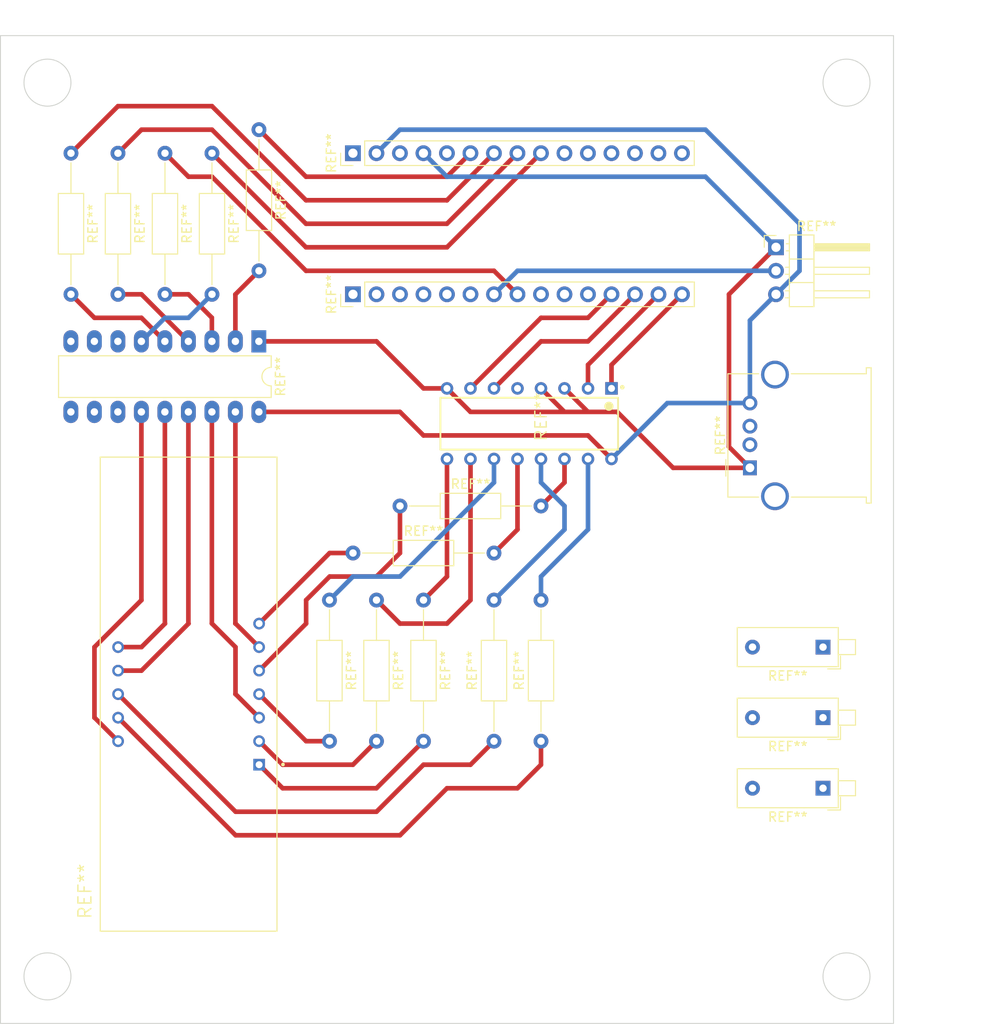
<source format=kicad_pcb>
(kicad_pcb (version 20221018) (generator pcbnew)
  (layers (0 "F.Cu" signal) (31 "B.Cu" signal) (34 "B.Paste" user) (35 "F.Paste" user) (36 "B.SilkS" user "B.Silkscreen") (37 "F.SilkS" user "F.Silkscreen") (38 "B.Mask" user) (39 "F.Mask" user) (44 "Edge.Cuts" user))
  (net 0 "")
  (footprint "Connector_PinHeader_2.54mm:PinHeader_1x15_P2.54mm_Vertical" (layer "F.Cu") (at 167.635 33.02 90)
    (fp_text reference "REF**" (at 0 -2.33 90) (layer "F.SilkS"))
    (fp_text value "PinHeader_1x15_P2.54mm_Vertical")
    (fp_line (start -1.33 -1.33) (end 0 -1.33) (stroke (width 0.12)) (layer "F.SilkS"))
    (fp_line (start -1.33 0) (end -1.33 -1.33) (stroke (width 0.12)) (layer "F.SilkS"))
    (fp_line (start -1.33 1.27) (end -1.33 36.89) (stroke (width 0.12)) (layer "F.SilkS"))
    (fp_line (start -1.33 1.27) (end 1.33 1.27) (stroke (width 0.12)) (layer "F.SilkS"))
    (fp_line (start -1.33 36.89) (end 1.33 36.89) (stroke (width 0.12)) (layer "F.SilkS"))
    (fp_line (start 1.33 1.27) (end 1.33 36.89) (stroke (width 0.12)) (layer "F.SilkS"))
    (pad "1" thru_hole rect (at 0 0 90) (size 1.7 1.7) (drill 1) (layers "*.Cu" "*.Mask"))
    (pad "2" thru_hole oval (at 0 2.54 90) (size 1.7 1.7) (drill 1) (layers "*.Cu" "*.Mask"))
    (pad "3" thru_hole oval (at 0 5.08 90) (size 1.7 1.7) (drill 1) (layers "*.Cu" "*.Mask"))
    (pad "4" thru_hole oval (at 0 7.62 90) (size 1.7 1.7) (drill 1) (layers "*.Cu" "*.Mask"))
    (pad "5" thru_hole oval (at 0 10.16 90) (size 1.7 1.7) (drill 1) (layers "*.Cu" "*.Mask"))
    (pad "6" thru_hole oval (at 0 12.7 90) (size 1.7 1.7) (drill 1) (layers "*.Cu" "*.Mask"))
    (pad "7" thru_hole oval (at 0 15.24 90) (size 1.7 1.7) (drill 1) (layers "*.Cu" "*.Mask"))
    (pad "8" thru_hole oval (at 0 17.78 90) (size 1.7 1.7) (drill 1) (layers "*.Cu" "*.Mask"))
    (pad "9" thru_hole oval (at 0 20.32 90) (size 1.7 1.7) (drill 1) (layers "*.Cu" "*.Mask"))
    (pad "10" thru_hole oval (at 0 22.86 90) (size 1.7 1.7) (drill 1) (layers "*.Cu" "*.Mask"))
    (pad "11" thru_hole oval (at 0 25.4 90) (size 1.7 1.7) (drill 1) (layers "*.Cu" "*.Mask"))
    (pad "12" thru_hole oval (at 0 27.94 90) (size 1.7 1.7) (drill 1) (layers "*.Cu" "*.Mask"))
    (pad "13" thru_hole oval (at 0 30.48 90) (size 1.7 1.7) (drill 1) (layers "*.Cu" "*.Mask"))
    (pad "14" thru_hole oval (at 0 33.02 90) (size 1.7 1.7) (drill 1) (layers "*.Cu" "*.Mask"))
    (pad "15" thru_hole oval (at 0 35.56 90) (size 1.7 1.7) (drill 1) (layers "*.Cu" "*.Mask"))
  )
  (footprint "Resistor_THT:R_Axial_DIN0207_L6.3mm_D2.5mm_P15.24mm_Horizontal" (layer "F.Cu") (at 147.32 33.02 -90)
    (fp_text reference "REF**" (at 7.62 -2.37 90) (layer "F.SilkS"))
    (fp_text value "R_Axial_DIN0207_L6.3mm_D2.5mm_P15.24mm_Horizontal")
    (fp_line (start 1.04 0) (end 4.35 0) (stroke (width 0.12)) (layer "F.SilkS"))
    (fp_line (start 4.35 -1.37) (end 4.35 1.37) (stroke (width 0.12)) (layer "F.SilkS"))
    (fp_line (start 4.35 1.37) (end 10.89 1.37) (stroke (width 0.12)) (layer "F.SilkS"))
    (fp_line (start 10.89 -1.37) (end 4.35 -1.37) (stroke (width 0.12)) (layer "F.SilkS"))
    (fp_line (start 10.89 1.37) (end 10.89 -1.37) (stroke (width 0.12)) (layer "F.SilkS"))
    (fp_line (start 14.2 0) (end 10.89 0) (stroke (width 0.12)) (layer "F.SilkS"))
    (pad "1" thru_hole circle (at 0 0 270) (size 1.6 1.6) (drill 0.8) (layers "*.Cu" "*.Mask"))
    (pad "2" thru_hole oval (at 15.24 0 270) (size 1.6 1.6) (drill 0.8) (layers "*.Cu" "*.Mask"))
  )
  (footprint "Library:HDSP-B09G" (layer "F.Cu") (at 149.875 91.44 90)
    (fp_text reference "REF**" (at -21.28535 -11.20497 90) (layer "F.SilkS") (effects (font (size 1.402 1.402))))
    (fp_text value "HDSP-B09G")
    (fp_line (start -25.6 -9.55) (end 25.6 -9.55) (stroke (width 0.127)) (layer "F.SilkS"))
    (fp_line (start -25.6 9.55) (end -25.6 -9.55) (stroke (width 0.127)) (layer "F.SilkS"))
    (fp_line (start 25.6 -9.55) (end 25.6 9.55) (stroke (width 0.127)) (layer "F.SilkS"))
    (fp_line (start 25.6 9.55) (end -25.6 9.55) (stroke (width 0.127)) (layer "F.SilkS"))
    (fp_circle (center -7.6 10.2) (end -7.5 10.2) (stroke (width 0.2)) (fill none) (layer "F.SilkS"))
    (pad "1" thru_hole rect (at -7.62 7.62 90) (size 1.262 1.262) (drill 0.754) (layers "*.Cu" "*.Mask"))
    (pad "2" thru_hole circle (at -5.08 7.62 90) (size 1.262 1.262) (drill 0.754) (layers "*.Cu" "*.Mask"))
    (pad "3" thru_hole circle (at -2.54 7.62 90) (size 1.262 1.262) (drill 0.754) (layers "*.Cu" "*.Mask"))
    (pad "4" thru_hole circle (at 0 7.62 90) (size 1.262 1.262) (drill 0.754) (layers "*.Cu" "*.Mask"))
    (pad "5" thru_hole circle (at 2.54 7.62 90) (size 1.262 1.262) (drill 0.754) (layers "*.Cu" "*.Mask"))
    (pad "6" thru_hole circle (at 5.08 7.62 90) (size 1.262 1.262) (drill 0.754) (layers "*.Cu" "*.Mask"))
    (pad "7" thru_hole circle (at 7.62 7.62 90) (size 1.262 1.262) (drill 0.754) (layers "*.Cu" "*.Mask"))
    (pad "8" thru_hole circle (at 5.08 -7.62 90) (size 1.262 1.262) (drill 0.754) (layers "*.Cu" "*.Mask"))
    (pad "9" thru_hole circle (at 2.54 -7.62 90) (size 1.262 1.262) (drill 0.754) (layers "*.Cu" "*.Mask"))
    (pad "10" thru_hole circle (at 0 -7.62 90) (size 1.262 1.262) (drill 0.754) (layers "*.Cu" "*.Mask"))
    (pad "11" thru_hole circle (at -2.54 -7.62 90) (size 1.262 1.262) (drill 0.754) (layers "*.Cu" "*.Mask"))
    (pad "12" thru_hole circle (at -5.08 -7.62 90) (size 1.262 1.262) (drill 0.754) (layers "*.Cu" "*.Mask"))
  )
  (footprint "Resistor_THT:R_Axial_DIN0207_L6.3mm_D2.5mm_P15.24mm_Horizontal" (layer "F.Cu") (at 165.1 81.28 -90)
    (fp_text reference "REF**" (at 7.62 -2.37 90) (layer "F.SilkS"))
    (fp_text value "R_Axial_DIN0207_L6.3mm_D2.5mm_P15.24mm_Horizontal")
    (fp_line (start 1.04 0) (end 4.35 0) (stroke (width 0.12)) (layer "F.SilkS"))
    (fp_line (start 4.35 -1.37) (end 4.35 1.37) (stroke (width 0.12)) (layer "F.SilkS"))
    (fp_line (start 4.35 1.37) (end 10.89 1.37) (stroke (width 0.12)) (layer "F.SilkS"))
    (fp_line (start 10.89 -1.37) (end 4.35 -1.37) (stroke (width 0.12)) (layer "F.SilkS"))
    (fp_line (start 10.89 1.37) (end 10.89 -1.37) (stroke (width 0.12)) (layer "F.SilkS"))
    (fp_line (start 14.2 0) (end 10.89 0) (stroke (width 0.12)) (layer "F.SilkS"))
    (pad "1" thru_hole circle (at 0 0 270) (size 1.6 1.6) (drill 0.8) (layers "*.Cu" "*.Mask"))
    (pad "2" thru_hole oval (at 15.24 0 270) (size 1.6 1.6) (drill 0.8) (layers "*.Cu" "*.Mask"))
  )
  (footprint "Package_DIP:DIP-18_W7.62mm_LongPads" (layer "F.Cu") (at 157.47 53.34 -90)
    (fp_text reference "REF**" (at 3.81 -2.33 90) (layer "F.SilkS"))
    (fp_text value "DIP-18_W7.62mm_LongPads")
    (fp_line (start 1.56 -1.33) (end 1.56 21.65) (stroke (width 0.12)) (layer "F.SilkS"))
    (fp_line (start 1.56 21.65) (end 6.06 21.65) (stroke (width 0.12)) (layer "F.SilkS"))
    (fp_line (start 2.81 -1.33) (end 1.56 -1.33) (stroke (width 0.12)) (layer "F.SilkS"))
    (fp_line (start 6.06 -1.33) (end 4.81 -1.33) (stroke (width 0.12)) (layer "F.SilkS"))
    (fp_line (start 6.06 21.65) (end 6.06 -1.33) (stroke (width 0.12)) (layer "F.SilkS"))
    (fp_arc (start 4.81 -1.33) (mid 3.81 -0.33) (end 2.81 -1.33) (stroke (width 0.12)) (layer "F.SilkS"))
    (pad "1" thru_hole rect (at 0 0 270) (size 2.4 1.6) (drill 0.8) (layers "*.Cu" "*.Mask"))
    (pad "2" thru_hole oval (at 0 2.54 270) (size 2.4 1.6) (drill 0.8) (layers "*.Cu" "*.Mask"))
    (pad "3" thru_hole oval (at 0 5.08 270) (size 2.4 1.6) (drill 0.8) (layers "*.Cu" "*.Mask"))
    (pad "4" thru_hole oval (at 0 7.62 270) (size 2.4 1.6) (drill 0.8) (layers "*.Cu" "*.Mask"))
    (pad "5" thru_hole oval (at 0 10.16 270) (size 2.4 1.6) (drill 0.8) (layers "*.Cu" "*.Mask"))
    (pad "6" thru_hole oval (at 0 12.7 270) (size 2.4 1.6) (drill 0.8) (layers "*.Cu" "*.Mask"))
    (pad "7" thru_hole oval (at 0 15.24 270) (size 2.4 1.6) (drill 0.8) (layers "*.Cu" "*.Mask"))
    (pad "8" thru_hole oval (at 0 17.78 270) (size 2.4 1.6) (drill 0.8) (layers "*.Cu" "*.Mask"))
    (pad "9" thru_hole oval (at 0 20.32 270) (size 2.4 1.6) (drill 0.8) (layers "*.Cu" "*.Mask"))
    (pad "10" thru_hole oval (at 7.62 20.32 270) (size 2.4 1.6) (drill 0.8) (layers "*.Cu" "*.Mask"))
    (pad "11" thru_hole oval (at 7.62 17.78 270) (size 2.4 1.6) (drill 0.8) (layers "*.Cu" "*.Mask"))
    (pad "12" thru_hole oval (at 7.62 15.24 270) (size 2.4 1.6) (drill 0.8) (layers "*.Cu" "*.Mask"))
    (pad "13" thru_hole oval (at 7.62 12.7 270) (size 2.4 1.6) (drill 0.8) (layers "*.Cu" "*.Mask"))
    (pad "14" thru_hole oval (at 7.62 10.16 270) (size 2.4 1.6) (drill 0.8) (layers "*.Cu" "*.Mask"))
    (pad "15" thru_hole oval (at 7.62 7.62 270) (size 2.4 1.6) (drill 0.8) (layers "*.Cu" "*.Mask"))
    (pad "16" thru_hole oval (at 7.62 5.08 270) (size 2.4 1.6) (drill 0.8) (layers "*.Cu" "*.Mask"))
    (pad "17" thru_hole oval (at 7.62 2.54 270) (size 2.4 1.6) (drill 0.8) (layers "*.Cu" "*.Mask"))
    (pad "18" thru_hole oval (at 7.62 0 270) (size 2.4 1.6) (drill 0.8) (layers "*.Cu" "*.Mask"))
  )
  (footprint "Library:mc14511bcp" (layer "F.Cu") (at 186.69 62.23 -90)
    (fp_text reference "REF**" (at -0.760725 -1.27 -90) (layer "F.SilkS") (effects (font (size 1.234134 1.234134))))
    (fp_text value "mc14511bcp")
    (fp_line (start -2.8 -9.6) (end 2.8 -9.6) (stroke (width 0.2)) (layer "F.SilkS"))
    (fp_line (start -2.8 9.6) (end -2.8 -9.6) (stroke (width 0.2)) (layer "F.SilkS"))
    (fp_line (start 2.8 -9.6) (end 2.8 9.6) (stroke (width 0.2)) (layer "F.SilkS"))
    (fp_line (start 2.8 9.6) (end -2.8 9.6) (stroke (width 0.2)) (layer "F.SilkS"))
    (fp_circle (center -3.937 -10.0838) (end -3.880206 -10.0838) (stroke (width 0.127)) (fill none) (layer "F.SilkS"))
    (fp_circle (center -3.937 -10.0838) (end -3.823409 -10.0838) (stroke (width 0.127)) (fill none) (layer "F.SilkS"))
    (fp_circle (center -3.937 -10.0584) (end -3.757397 -10.0584) (stroke (width 0.127)) (fill none) (layer "F.SilkS"))
    (fp_circle (center -1.9812 -8.5852) (end -1.837519 -8.5852) (stroke (width 0.127)) (fill none) (layer "F.SilkS"))
    (fp_circle (center -1.9558 -8.7122) (end -1.807697 -8.7122) (stroke (width 0.127)) (fill none) (layer "F.SilkS"))
    (fp_circle (center -1.8796 -8.6106) (end -1.699997 -8.6106) (stroke (width 0.127)) (fill none) (layer "F.SilkS"))
    (fp_circle (center -1.8796 -8.6106) (end -1.609597 -8.6106) (stroke (width 0.127)) (fill none) (layer "F.SilkS"))
    (fp_circle (center -1.8796 -8.6106) (end -1.537878 -8.6106) (stroke (width 0.127)) (fill none) (layer "F.SilkS"))
    (fp_circle (center -1.8796 -8.6106) (end -1.4478 -8.6106) (stroke (width 0.127)) (fill none) (layer "F.SilkS"))
    (fp_circle (center -1.8542 -8.5852) (end -1.773881 -8.5852) (stroke (width 0.127)) (fill none) (layer "F.SilkS"))
    (pad "1" thru_hole rect (at -3.81 -8.89 270) (size 1.35 1.35) (drill 0.75) (layers "*.Cu" "*.Mask"))
    (pad "2" thru_hole circle (at -3.81 -6.35 270) (size 1.35 1.35) (drill 0.75) (layers "*.Cu" "*.Mask"))
    (pad "3" thru_hole circle (at -3.81 -3.81 270) (size 1.35 1.35) (drill 0.75) (layers "*.Cu" "*.Mask"))
    (pad "4" thru_hole circle (at -3.81 -1.27 270) (size 1.35 1.35) (drill 0.75) (layers "*.Cu" "*.Mask"))
    (pad "5" thru_hole circle (at -3.81 1.27 270) (size 1.35 1.35) (drill 0.75) (layers "*.Cu" "*.Mask"))
    (pad "6" thru_hole circle (at -3.81 3.81 270) (size 1.35 1.35) (drill 0.75) (layers "*.Cu" "*.Mask"))
    (pad "7" thru_hole circle (at -3.81 6.35 270) (size 1.35 1.35) (drill 0.75) (layers "*.Cu" "*.Mask"))
    (pad "8" thru_hole circle (at -3.81 8.89 270) (size 1.35 1.35) (drill 0.75) (layers "*.Cu" "*.Mask"))
    (pad "9" thru_hole circle (at 3.81 8.89 270) (size 1.35 1.35) (drill 0.75) (layers "*.Cu" "*.Mask"))
    (pad "10" thru_hole circle (at 3.81 6.35 270) (size 1.35 1.35) (drill 0.75) (layers "*.Cu" "*.Mask"))
    (pad "11" thru_hole circle (at 3.81 3.81 270) (size 1.35 1.35) (drill 0.75) (layers "*.Cu" "*.Mask"))
    (pad "12" thru_hole circle (at 3.81 1.27 270) (size 1.35 1.35) (drill 0.75) (layers "*.Cu" "*.Mask"))
    (pad "13" thru_hole circle (at 3.81 -1.27 270) (size 1.35 1.35) (drill 0.75) (layers "*.Cu" "*.Mask"))
    (pad "14" thru_hole circle (at 3.81 -3.81 270) (size 1.35 1.35) (drill 0.75) (layers "*.Cu" "*.Mask"))
    (pad "15" thru_hole circle (at 3.81 -6.35 270) (size 1.35 1.35) (drill 0.75) (layers "*.Cu" "*.Mask"))
    (pad "16" thru_hole circle (at 3.81 -8.89 270) (size 1.35 1.35) (drill 0.75) (layers "*.Cu" "*.Mask"))
  )
  (footprint "Resistor_THT:R_Axial_DIN0207_L6.3mm_D2.5mm_P15.24mm_Horizontal" (layer "F.Cu") (at 172.72 71.12)
    (fp_text reference "REF**" (at 7.62 -2.37) (layer "F.SilkS"))
    (fp_text value "R_Axial_DIN0207_L6.3mm_D2.5mm_P15.24mm_Horizontal")
    (fp_line (start 1.04 0) (end 4.35 0) (stroke (width 0.12)) (layer "F.SilkS"))
    (fp_line (start 4.35 -1.37) (end 4.35 1.37) (stroke (width 0.12)) (layer "F.SilkS"))
    (fp_line (start 4.35 1.37) (end 10.89 1.37) (stroke (width 0.12)) (layer "F.SilkS"))
    (fp_line (start 10.89 -1.37) (end 4.35 -1.37) (stroke (width 0.12)) (layer "F.SilkS"))
    (fp_line (start 10.89 1.37) (end 10.89 -1.37) (stroke (width 0.12)) (layer "F.SilkS"))
    (fp_line (start 14.2 0) (end 10.89 0) (stroke (width 0.12)) (layer "F.SilkS"))
    (pad "1" thru_hole circle (at 0 0) (size 1.6 1.6) (drill 0.8) (layers "*.Cu" "*.Mask"))
    (pad "2" thru_hole oval (at 15.24 0) (size 1.6 1.6) (drill 0.8) (layers "*.Cu" "*.Mask"))
  )
  (footprint "Button_Switch_THT:SW_DIP_SPSTx01_Piano_10.8x4.1mm_W7.62mm_P2.54mm" (layer "F.Cu") (at 218.44 93.98 180)
    (fp_text reference "REF**" (at 3.81 -3.11) (layer "F.SilkS"))
    (fp_text value "SW_DIP_SPSTx01_Piano_10.8x4.1mm_W7.62mm_P2.54mm")
    (fp_line (start -3.51 -0.81) (end -3.51 0.81) (stroke (width 0.12)) (layer "F.SilkS"))
    (fp_line (start -3.51 -0.81) (end -1.65 -0.81) (stroke (width 0.12)) (layer "F.SilkS"))
    (fp_line (start -3.51 0.81) (end -1.65 0.81) (stroke (width 0.12)) (layer "F.SilkS"))
    (fp_line (start -1.89 -2.35) (end -1.89 -0.967) (stroke (width 0.12)) (layer "F.SilkS"))
    (fp_line (start -1.89 -2.35) (end -0.507 -2.35) (stroke (width 0.12)) (layer "F.SilkS"))
    (fp_line (start -1.65 -2.11) (end -1.65 2.11) (stroke (width 0.12)) (layer "F.SilkS"))
    (fp_line (start -1.65 -2.11) (end 9.27 -2.11) (stroke (width 0.12)) (layer "F.SilkS"))
    (fp_line (start -1.65 -0.81) (end -1.65 0.81) (stroke (width 0.12)) (layer "F.SilkS"))
    (fp_line (start -1.65 2.11) (end 9.27 2.11) (stroke (width 0.12)) (layer "F.SilkS"))
    (fp_line (start 9.27 -2.11) (end 9.27 2.11) (stroke (width 0.12)) (layer "F.SilkS"))
    (pad "1" thru_hole rect (at 0 0 180) (size 1.6 1.6) (drill 0.8) (layers "*.Cu" "*.Mask"))
    (pad "2" thru_hole oval (at 7.62 0 180) (size 1.6 1.6) (drill 0.8) (layers "*.Cu" "*.Mask"))
  )
  (footprint "Connector_USB:USB_A_Molex_67643_Horizontal" (layer "F.Cu") (at 210.54 67 90)
    (fp_text reference "REF**" (at 3.5 -3.19 90) (layer "F.SilkS"))
    (fp_text value "USB_A_Molex_67643_Horizontal")
    (fp_line (start -3.81 12.58) (end -3.81 13.1) (stroke (width 0.12)) (layer "F.SilkS"))
    (fp_line (start -3.81 13.1) (end 10.81 13.1) (stroke (width 0.12)) (layer "F.SilkS"))
    (fp_line (start -3.16 -2.38) (end -3.16 0.95) (stroke (width 0.12)) (layer "F.SilkS"))
    (fp_line (start -3.16 -2.38) (end 10.16 -2.38) (stroke (width 0.12)) (layer "F.SilkS"))
    (fp_line (start -3.16 12.58) (end -3.81 12.58) (stroke (width 0.12)) (layer "F.SilkS"))
    (fp_line (start -3.16 12.58) (end -3.16 4.47) (stroke (width 0.12)) (layer "F.SilkS"))
    (fp_line (start -0.9 -2.6) (end 0.9 -2.6) (stroke (width 0.12)) (layer "F.SilkS"))
    (fp_line (start 10.16 -2.38) (end 10.16 0.95) (stroke (width 0.12)) (layer "F.SilkS"))
    (fp_line (start 10.16 4.47) (end 10.16 12.58) (stroke (width 0.12)) (layer "F.SilkS"))
    (fp_line (start 10.81 12.58) (end 10.16 12.58) (stroke (width 0.12)) (layer "F.SilkS"))
    (fp_line (start 10.81 13.1) (end 10.81 12.58) (stroke (width 0.12)) (layer "F.SilkS"))
    (pad "1" thru_hole rect (at 0 0 90) (size 1.6 1.5) (drill 0.95) (layers "*.Cu" "*.Mask"))
    (pad "2" thru_hole circle (at 2.5 0 90) (size 1.6 1.6) (drill 0.95) (layers "*.Cu" "*.Mask"))
    (pad "3" thru_hole circle (at 4.5 0 90) (size 1.6 1.6) (drill 0.95) (layers "*.Cu" "*.Mask"))
    (pad "4" thru_hole circle (at 7 0 90) (size 1.6 1.6) (drill 0.95) (layers "*.Cu" "*.Mask"))
    (pad "5" thru_hole circle (at -3.07 2.71 90) (size 3 3) (drill 2.3) (layers "*.Cu" "*.Mask"))
    (pad "5" thru_hole circle (at 10.07 2.71 90) (size 3 3) (drill 2.3) (layers "*.Cu" "*.Mask"))
  )
  (footprint "Resistor_THT:R_Axial_DIN0207_L6.3mm_D2.5mm_P15.24mm_Horizontal" (layer "F.Cu") (at 137.16 33.02 -90)
    (fp_text reference "REF**" (at 7.62 -2.37 90) (layer "F.SilkS"))
    (fp_text value "R_Axial_DIN0207_L6.3mm_D2.5mm_P15.24mm_Horizontal")
    (fp_line (start 1.04 0) (end 4.35 0) (stroke (width 0.12)) (layer "F.SilkS"))
    (fp_line (start 4.35 -1.37) (end 4.35 1.37) (stroke (width 0.12)) (layer "F.SilkS"))
    (fp_line (start 4.35 1.37) (end 10.89 1.37) (stroke (width 0.12)) (layer "F.SilkS"))
    (fp_line (start 10.89 -1.37) (end 4.35 -1.37) (stroke (width 0.12)) (layer "F.SilkS"))
    (fp_line (start 10.89 1.37) (end 10.89 -1.37) (stroke (width 0.12)) (layer "F.SilkS"))
    (fp_line (start 14.2 0) (end 10.89 0) (stroke (width 0.12)) (layer "F.SilkS"))
    (pad "1" thru_hole circle (at 0 0 270) (size 1.6 1.6) (drill 0.8) (layers "*.Cu" "*.Mask"))
    (pad "2" thru_hole oval (at 15.24 0 270) (size 1.6 1.6) (drill 0.8) (layers "*.Cu" "*.Mask"))
  )
  (footprint "Resistor_THT:R_Axial_DIN0207_L6.3mm_D2.5mm_P15.24mm_Horizontal" (layer "F.Cu") (at 142.24 33.02 -90)
    (fp_text reference "REF**" (at 7.62 -2.37 90) (layer "F.SilkS"))
    (fp_text value "R_Axial_DIN0207_L6.3mm_D2.5mm_P15.24mm_Horizontal")
    (fp_line (start 1.04 0) (end 4.35 0) (stroke (width 0.12)) (layer "F.SilkS"))
    (fp_line (start 4.35 -1.37) (end 4.35 1.37) (stroke (width 0.12)) (layer "F.SilkS"))
    (fp_line (start 4.35 1.37) (end 10.89 1.37) (stroke (width 0.12)) (layer "F.SilkS"))
    (fp_line (start 10.89 -1.37) (end 4.35 -1.37) (stroke (width 0.12)) (layer "F.SilkS"))
    (fp_line (start 10.89 1.37) (end 10.89 -1.37) (stroke (width 0.12)) (layer "F.SilkS"))
    (fp_line (start 14.2 0) (end 10.89 0) (stroke (width 0.12)) (layer "F.SilkS"))
    (pad "1" thru_hole circle (at 0 0 270) (size 1.6 1.6) (drill 0.8) (layers "*.Cu" "*.Mask"))
    (pad "2" thru_hole oval (at 15.24 0 270) (size 1.6 1.6) (drill 0.8) (layers "*.Cu" "*.Mask"))
  )
  (footprint "Resistor_THT:R_Axial_DIN0207_L6.3mm_D2.5mm_P15.24mm_Horizontal" (layer "F.Cu") (at 170.18 81.28 -90)
    (fp_text reference "REF**" (at 7.62 -2.37 90) (layer "F.SilkS"))
    (fp_text value "R_Axial_DIN0207_L6.3mm_D2.5mm_P15.24mm_Horizontal")
    (fp_line (start 1.04 0) (end 4.35 0) (stroke (width 0.12)) (layer "F.SilkS"))
    (fp_line (start 4.35 -1.37) (end 4.35 1.37) (stroke (width 0.12)) (layer "F.SilkS"))
    (fp_line (start 4.35 1.37) (end 10.89 1.37) (stroke (width 0.12)) (layer "F.SilkS"))
    (fp_line (start 10.89 -1.37) (end 4.35 -1.37) (stroke (width 0.12)) (layer "F.SilkS"))
    (fp_line (start 10.89 1.37) (end 10.89 -1.37) (stroke (width 0.12)) (layer "F.SilkS"))
    (fp_line (start 14.2 0) (end 10.89 0) (stroke (width 0.12)) (layer "F.SilkS"))
    (pad "1" thru_hole circle (at 0 0 270) (size 1.6 1.6) (drill 0.8) (layers "*.Cu" "*.Mask"))
    (pad "2" thru_hole oval (at 15.24 0 270) (size 1.6 1.6) (drill 0.8) (layers "*.Cu" "*.Mask"))
  )
  (footprint "Button_Switch_THT:SW_DIP_SPSTx01_Piano_10.8x4.1mm_W7.62mm_P2.54mm" (layer "F.Cu") (at 218.44 86.36 180)
    (fp_text reference "REF**" (at 3.81 -3.11) (layer "F.SilkS"))
    (fp_text value "SW_DIP_SPSTx01_Piano_10.8x4.1mm_W7.62mm_P2.54mm")
    (fp_line (start -3.51 -0.81) (end -3.51 0.81) (stroke (width 0.12)) (layer "F.SilkS"))
    (fp_line (start -3.51 -0.81) (end -1.65 -0.81) (stroke (width 0.12)) (layer "F.SilkS"))
    (fp_line (start -3.51 0.81) (end -1.65 0.81) (stroke (width 0.12)) (layer "F.SilkS"))
    (fp_line (start -1.89 -2.35) (end -1.89 -0.967) (stroke (width 0.12)) (layer "F.SilkS"))
    (fp_line (start -1.89 -2.35) (end -0.507 -2.35) (stroke (width 0.12)) (layer "F.SilkS"))
    (fp_line (start -1.65 -2.11) (end -1.65 2.11) (stroke (width 0.12)) (layer "F.SilkS"))
    (fp_line (start -1.65 -2.11) (end 9.27 -2.11) (stroke (width 0.12)) (layer "F.SilkS"))
    (fp_line (start -1.65 -0.81) (end -1.65 0.81) (stroke (width 0.12)) (layer "F.SilkS"))
    (fp_line (start -1.65 2.11) (end 9.27 2.11) (stroke (width 0.12)) (layer "F.SilkS"))
    (fp_line (start 9.27 -2.11) (end 9.27 2.11) (stroke (width 0.12)) (layer "F.SilkS"))
    (pad "1" thru_hole rect (at 0 0 180) (size 1.6 1.6) (drill 0.8) (layers "*.Cu" "*.Mask"))
    (pad "2" thru_hole oval (at 7.62 0 180) (size 1.6 1.6) (drill 0.8) (layers "*.Cu" "*.Mask"))
  )
  (footprint "Connector_PinHeader_2.54mm:PinHeader_1x03_P2.54mm_Horizontal" (layer "F.Cu") (at 213.36 43.18)
    (fp_text reference "REF**" (at 4.385 -2.27) (layer "F.SilkS"))
    (fp_text value "PinHeader_1x03_P2.54mm_Horizontal")
    (fp_line (start -1.27 -1.27) (end 0 -1.27) (stroke (width 0.12)) (layer "F.SilkS"))
    (fp_line (start -1.27 0) (end -1.27 -1.27) (stroke (width 0.12)) (layer "F.SilkS"))
    (fp_line (start 1.042929 2.16) (end 1.44 2.16) (stroke (width 0.12)) (layer "F.SilkS"))
    (fp_line (start 1.042929 2.92) (end 1.44 2.92) (stroke (width 0.12)) (layer "F.SilkS"))
    (fp_line (start 1.042929 4.7) (end 1.44 4.7) (stroke (width 0.12)) (layer "F.SilkS"))
    (fp_line (start 1.042929 5.46) (end 1.44 5.46) (stroke (width 0.12)) (layer "F.SilkS"))
    (fp_line (start 1.11 -0.38) (end 1.44 -0.38) (stroke (width 0.12)) (layer "F.SilkS"))
    (fp_line (start 1.11 0.38) (end 1.44 0.38) (stroke (width 0.12)) (layer "F.SilkS"))
    (fp_line (start 1.44 -1.33) (end 1.44 6.41) (stroke (width 0.12)) (layer "F.SilkS"))
    (fp_line (start 1.44 1.27) (end 4.1 1.27) (stroke (width 0.12)) (layer "F.SilkS"))
    (fp_line (start 1.44 3.81) (end 4.1 3.81) (stroke (width 0.12)) (layer "F.SilkS"))
    (fp_line (start 1.44 6.41) (end 4.1 6.41) (stroke (width 0.12)) (layer "F.SilkS"))
    (fp_line (start 4.1 -1.33) (end 1.44 -1.33) (stroke (width 0.12)) (layer "F.SilkS"))
    (fp_line (start 4.1 -0.38) (end 10.1 -0.38) (stroke (width 0.12)) (layer "F.SilkS"))
    (fp_line (start 4.1 -0.32) (end 10.1 -0.32) (stroke (width 0.12)) (layer "F.SilkS"))
    (fp_line (start 4.1 -0.2) (end 10.1 -0.2) (stroke (width 0.12)) (layer "F.SilkS"))
    (fp_line (start 4.1 -0.08) (end 10.1 -0.08) (stroke (width 0.12)) (layer "F.SilkS"))
    (fp_line (start 4.1 0.04) (end 10.1 0.04) (stroke (width 0.12)) (layer "F.SilkS"))
    (fp_line (start 4.1 0.16) (end 10.1 0.16) (stroke (width 0.12)) (layer "F.SilkS"))
    (fp_line (start 4.1 0.28) (end 10.1 0.28) (stroke (width 0.12)) (layer "F.SilkS"))
    (fp_line (start 4.1 2.16) (end 10.1 2.16) (stroke (width 0.12)) (layer "F.SilkS"))
    (fp_line (start 4.1 4.7) (end 10.1 4.7) (stroke (width 0.12)) (layer "F.SilkS"))
    (fp_line (start 4.1 6.41) (end 4.1 -1.33) (stroke (width 0.12)) (layer "F.SilkS"))
    (fp_line (start 10.1 -0.38) (end 10.1 0.38) (stroke (width 0.12)) (layer "F.SilkS"))
    (fp_line (start 10.1 0.38) (end 4.1 0.38) (stroke (width 0.12)) (layer "F.SilkS"))
    (fp_line (start 10.1 2.16) (end 10.1 2.92) (stroke (width 0.12)) (layer "F.SilkS"))
    (fp_line (start 10.1 2.92) (end 4.1 2.92) (stroke (width 0.12)) (layer "F.SilkS"))
    (fp_line (start 10.1 4.7) (end 10.1 5.46) (stroke (width 0.12)) (layer "F.SilkS"))
    (fp_line (start 10.1 5.46) (end 4.1 5.46) (stroke (width 0.12)) (layer "F.SilkS"))
    (pad "1" thru_hole rect (at 0 0) (size 1.7 1.7) (drill 1) (layers "*.Cu" "*.Mask"))
    (pad "2" thru_hole oval (at 0 2.54) (size 1.7 1.7) (drill 1) (layers "*.Cu" "*.Mask"))
    (pad "3" thru_hole oval (at 0 5.08) (size 1.7 1.7) (drill 1) (layers "*.Cu" "*.Mask"))
  )
  (footprint "Resistor_THT:R_Axial_DIN0207_L6.3mm_D2.5mm_P15.24mm_Horizontal" (layer "F.Cu") (at 152.4 33.02 -90)
    (fp_text reference "REF**" (at 7.62 -2.37 90) (layer "F.SilkS"))
    (fp_text value "R_Axial_DIN0207_L6.3mm_D2.5mm_P15.24mm_Horizontal")
    (fp_line (start 1.04 0) (end 4.35 0) (stroke (width 0.12)) (layer "F.SilkS"))
    (fp_line (start 4.35 -1.37) (end 4.35 1.37) (stroke (width 0.12)) (layer "F.SilkS"))
    (fp_line (start 4.35 1.37) (end 10.89 1.37) (stroke (width 0.12)) (layer "F.SilkS"))
    (fp_line (start 10.89 -1.37) (end 4.35 -1.37) (stroke (width 0.12)) (layer "F.SilkS"))
    (fp_line (start 10.89 1.37) (end 10.89 -1.37) (stroke (width 0.12)) (layer "F.SilkS"))
    (fp_line (start 14.2 0) (end 10.89 0) (stroke (width 0.12)) (layer "F.SilkS"))
    (pad "1" thru_hole circle (at 0 0 270) (size 1.6 1.6) (drill 0.8) (layers "*.Cu" "*.Mask"))
    (pad "2" thru_hole oval (at 15.24 0 270) (size 1.6 1.6) (drill 0.8) (layers "*.Cu" "*.Mask"))
  )
  (footprint "Connector_PinHeader_2.54mm:PinHeader_1x15_P2.54mm_Vertical" (layer "F.Cu") (at 167.64 48.26 90)
    (fp_text reference "REF**" (at 0 -2.33 90) (layer "F.SilkS"))
    (fp_text value "PinHeader_1x15_P2.54mm_Vertical")
    (fp_line (start -1.33 -1.33) (end 0 -1.33) (stroke (width 0.12)) (layer "F.SilkS"))
    (fp_line (start -1.33 0) (end -1.33 -1.33) (stroke (width 0.12)) (layer "F.SilkS"))
    (fp_line (start -1.33 1.27) (end -1.33 36.89) (stroke (width 0.12)) (layer "F.SilkS"))
    (fp_line (start -1.33 1.27) (end 1.33 1.27) (stroke (width 0.12)) (layer "F.SilkS"))
    (fp_line (start -1.33 36.89) (end 1.33 36.89) (stroke (width 0.12)) (layer "F.SilkS"))
    (fp_line (start 1.33 1.27) (end 1.33 36.89) (stroke (width 0.12)) (layer "F.SilkS"))
    (pad "1" thru_hole rect (at 0 0 90) (size 1.7 1.7) (drill 1) (layers "*.Cu" "*.Mask"))
    (pad "2" thru_hole oval (at 0 2.54 90) (size 1.7 1.7) (drill 1) (layers "*.Cu" "*.Mask"))
    (pad "3" thru_hole oval (at 0 5.08 90) (size 1.7 1.7) (drill 1) (layers "*.Cu" "*.Mask"))
    (pad "4" thru_hole oval (at 0 7.62 90) (size 1.7 1.7) (drill 1) (layers "*.Cu" "*.Mask"))
    (pad "5" thru_hole oval (at 0 10.16 90) (size 1.7 1.7) (drill 1) (layers "*.Cu" "*.Mask"))
    (pad "6" thru_hole oval (at 0 12.7 90) (size 1.7 1.7) (drill 1) (layers "*.Cu" "*.Mask"))
    (pad "7" thru_hole oval (at 0 15.24 90) (size 1.7 1.7) (drill 1) (layers "*.Cu" "*.Mask"))
    (pad "8" thru_hole oval (at 0 17.78 90) (size 1.7 1.7) (drill 1) (layers "*.Cu" "*.Mask"))
    (pad "9" thru_hole oval (at 0 20.32 90) (size 1.7 1.7) (drill 1) (layers "*.Cu" "*.Mask"))
    (pad "10" thru_hole oval (at 0 22.86 90) (size 1.7 1.7) (drill 1) (layers "*.Cu" "*.Mask"))
    (pad "11" thru_hole oval (at 0 25.4 90) (size 1.7 1.7) (drill 1) (layers "*.Cu" "*.Mask"))
    (pad "12" thru_hole oval (at 0 27.94 90) (size 1.7 1.7) (drill 1) (layers "*.Cu" "*.Mask"))
    (pad "13" thru_hole oval (at 0 30.48 90) (size 1.7 1.7) (drill 1) (layers "*.Cu" "*.Mask"))
    (pad "14" thru_hole oval (at 0 33.02 90) (size 1.7 1.7) (drill 1) (layers "*.Cu" "*.Mask"))
    (pad "15" thru_hole oval (at 0 35.56 90) (size 1.7 1.7) (drill 1) (layers "*.Cu" "*.Mask"))
  )
  (footprint "Resistor_THT:R_Axial_DIN0207_L6.3mm_D2.5mm_P15.24mm_Horizontal" (layer "F.Cu") (at 175.26 81.28 -90)
    (fp_text reference "REF**" (at 7.62 -2.37 90) (layer "F.SilkS"))
    (fp_text value "R_Axial_DIN0207_L6.3mm_D2.5mm_P15.24mm_Horizontal")
    (fp_line (start 1.04 0) (end 4.35 0) (stroke (width 0.12)) (layer "F.SilkS"))
    (fp_line (start 4.35 -1.37) (end 4.35 1.37) (stroke (width 0.12)) (layer "F.SilkS"))
    (fp_line (start 4.35 1.37) (end 10.89 1.37) (stroke (width 0.12)) (layer "F.SilkS"))
    (fp_line (start 10.89 -1.37) (end 4.35 -1.37) (stroke (width 0.12)) (layer "F.SilkS"))
    (fp_line (start 10.89 1.37) (end 10.89 -1.37) (stroke (width 0.12)) (layer "F.SilkS"))
    (fp_line (start 14.2 0) (end 10.89 0) (stroke (width 0.12)) (layer "F.SilkS"))
    (pad "1" thru_hole circle (at 0 0 270) (size 1.6 1.6) (drill 0.8) (layers "*.Cu" "*.Mask"))
    (pad "2" thru_hole oval (at 15.24 0 270) (size 1.6 1.6) (drill 0.8) (layers "*.Cu" "*.Mask"))
  )
  (footprint "Resistor_THT:R_Axial_DIN0207_L6.3mm_D2.5mm_P15.24mm_Horizontal" (layer "F.Cu") (at 182.88 96.52 90)
    (fp_text reference "REF**" (at 7.62 -2.37 90) (layer "F.SilkS"))
    (fp_text value "R_Axial_DIN0207_L6.3mm_D2.5mm_P15.24mm_Horizontal")
    (fp_line (start 1.04 0) (end 4.35 0) (stroke (width 0.12)) (layer "F.SilkS"))
    (fp_line (start 4.35 -1.37) (end 4.35 1.37) (stroke (width 0.12)) (layer "F.SilkS"))
    (fp_line (start 4.35 1.37) (end 10.89 1.37) (stroke (width 0.12)) (layer "F.SilkS"))
    (fp_line (start 10.89 -1.37) (end 4.35 -1.37) (stroke (width 0.12)) (layer "F.SilkS"))
    (fp_line (start 10.89 1.37) (end 10.89 -1.37) (stroke (width 0.12)) (layer "F.SilkS"))
    (fp_line (start 14.2 0) (end 10.89 0) (stroke (width 0.12)) (layer "F.SilkS"))
    (pad "1" thru_hole circle (at 0 0 90) (size 1.6 1.6) (drill 0.8) (layers "*.Cu" "*.Mask"))
    (pad "2" thru_hole oval (at 15.24 0 90) (size 1.6 1.6) (drill 0.8) (layers "*.Cu" "*.Mask"))
  )
  (footprint "Button_Switch_THT:SW_DIP_SPSTx01_Piano_10.8x4.1mm_W7.62mm_P2.54mm" (layer "F.Cu") (at 218.44 101.6 180)
    (fp_text reference "REF**" (at 3.81 -3.11) (layer "F.SilkS"))
    (fp_text value "SW_DIP_SPSTx01_Piano_10.8x4.1mm_W7.62mm_P2.54mm")
    (fp_line (start -3.51 -0.81) (end -3.51 0.81) (stroke (width 0.12)) (layer "F.SilkS"))
    (fp_line (start -3.51 -0.81) (end -1.65 -0.81) (stroke (width 0.12)) (layer "F.SilkS"))
    (fp_line (start -3.51 0.81) (end -1.65 0.81) (stroke (width 0.12)) (layer "F.SilkS"))
    (fp_line (start -1.89 -2.35) (end -1.89 -0.967) (stroke (width 0.12)) (layer "F.SilkS"))
    (fp_line (start -1.89 -2.35) (end -0.507 -2.35) (stroke (width 0.12)) (layer "F.SilkS"))
    (fp_line (start -1.65 -2.11) (end -1.65 2.11) (stroke (width 0.12)) (layer "F.SilkS"))
    (fp_line (start -1.65 -2.11) (end 9.27 -2.11) (stroke (width 0.12)) (layer "F.SilkS"))
    (fp_line (start -1.65 -0.81) (end -1.65 0.81) (stroke (width 0.12)) (layer "F.SilkS"))
    (fp_line (start -1.65 2.11) (end 9.27 2.11) (stroke (width 0.12)) (layer "F.SilkS"))
    (fp_line (start 9.27 -2.11) (end 9.27 2.11) (stroke (width 0.12)) (layer "F.SilkS"))
    (pad "1" thru_hole rect (at 0 0 180) (size 1.6 1.6) (drill 0.8) (layers "*.Cu" "*.Mask"))
    (pad "2" thru_hole oval (at 7.62 0 180) (size 1.6 1.6) (drill 0.8) (layers "*.Cu" "*.Mask"))
  )
  (footprint "Resistor_THT:R_Axial_DIN0207_L6.3mm_D2.5mm_P15.24mm_Horizontal" (layer "F.Cu") (at 187.96 96.52 90)
    (fp_text reference "REF**" (at 7.62 -2.37 90) (layer "F.SilkS"))
    (fp_text value "R_Axial_DIN0207_L6.3mm_D2.5mm_P15.24mm_Horizontal")
    (fp_line (start 1.04 0) (end 4.35 0) (stroke (width 0.12)) (layer "F.SilkS"))
    (fp_line (start 4.35 -1.37) (end 4.35 1.37) (stroke (width 0.12)) (layer "F.SilkS"))
    (fp_line (start 4.35 1.37) (end 10.89 1.37) (stroke (width 0.12)) (layer "F.SilkS"))
    (fp_line (start 10.89 -1.37) (end 4.35 -1.37) (stroke (width 0.12)) (layer "F.SilkS"))
    (fp_line (start 10.89 1.37) (end 10.89 -1.37) (stroke (width 0.12)) (layer "F.SilkS"))
    (fp_line (start 14.2 0) (end 10.89 0) (stroke (width 0.12)) (layer "F.SilkS"))
    (pad "1" thru_hole circle (at 0 0 90) (size 1.6 1.6) (drill 0.8) (layers "*.Cu" "*.Mask"))
    (pad "2" thru_hole oval (at 15.24 0 90) (size 1.6 1.6) (drill 0.8) (layers "*.Cu" "*.Mask"))
  )
  (footprint "Resistor_THT:R_Axial_DIN0207_L6.3mm_D2.5mm_P15.24mm_Horizontal" (layer "F.Cu") (at 167.64 76.2)
    (fp_text reference "REF**" (at 7.62 -2.37) (layer "F.SilkS"))
    (fp_text value "R_Axial_DIN0207_L6.3mm_D2.5mm_P15.24mm_Horizontal")
    (fp_line (start 1.04 0) (end 4.35 0) (stroke (width 0.12)) (layer "F.SilkS"))
    (fp_line (start 4.35 -1.37) (end 4.35 1.37) (stroke (width 0.12)) (layer "F.SilkS"))
    (fp_line (start 4.35 1.37) (end 10.89 1.37) (stroke (width 0.12)) (layer "F.SilkS"))
    (fp_line (start 10.89 -1.37) (end 4.35 -1.37) (stroke (width 0.12)) (layer "F.SilkS"))
    (fp_line (start 10.89 1.37) (end 10.89 -1.37) (stroke (width 0.12)) (layer "F.SilkS"))
    (fp_line (start 14.2 0) (end 10.89 0) (stroke (width 0.12)) (layer "F.SilkS"))
    (pad "1" thru_hole circle (at 0 0) (size 1.6 1.6) (drill 0.8) (layers "*.Cu" "*.Mask"))
    (pad "2" thru_hole oval (at 15.24 0) (size 1.6 1.6) (drill 0.8) (layers "*.Cu" "*.Mask"))
  )
  (footprint "Resistor_THT:R_Axial_DIN0207_L6.3mm_D2.5mm_P15.24mm_Horizontal" (layer "F.Cu") (at 157.48 30.48 -90)
    (fp_text reference "REF**" (at 7.62 -2.37 90) (layer "F.SilkS"))
    (fp_text value "R_Axial_DIN0207_L6.3mm_D2.5mm_P15.24mm_Horizontal")
    (fp_line (start 1.04 0) (end 4.35 0) (stroke (width 0.12)) (layer "F.SilkS"))
    (fp_line (start 4.35 -1.37) (end 4.35 1.37) (stroke (width 0.12)) (layer "F.SilkS"))
    (fp_line (start 4.35 1.37) (end 10.89 1.37) (stroke (width 0.12)) (layer "F.SilkS"))
    (fp_line (start 10.89 -1.37) (end 4.35 -1.37) (stroke (width 0.12)) (layer "F.SilkS"))
    (fp_line (start 10.89 1.37) (end 10.89 -1.37) (stroke (width 0.12)) (layer "F.SilkS"))
    (fp_line (start 14.2 0) (end 10.89 0) (stroke (width 0.12)) (layer "F.SilkS"))
    (pad "1" thru_hole circle (at 0 0 270) (size 1.6 1.6) (drill 0.8) (layers "*.Cu" "*.Mask"))
    (pad "2" thru_hole oval (at 15.24 0 270) (size 1.6 1.6) (drill 0.8) (layers "*.Cu" "*.Mask"))
  )
  (gr_circle (center 220.98 121.92) (end 223.52 121.92) (stroke (width 0.1)) (fill none) (layer "Edge.Cuts"))
  (gr_rect (start 129.54 20.32) (end 226.06 127) (stroke (width 0.1)) (fill none) (layer "Edge.Cuts"))
  (gr_circle (center 220.98 25.4) (end 223.52 25.4) (stroke (width 0.1)) (fill none) (layer "Edge.Cuts"))
  (gr_circle (center 134.62 121.92) (end 137.16 121.92) (stroke (width 0.1)) (fill none) (layer "Edge.Cuts"))
  (gr_circle (center 134.62 25.4) (end 137.16 25.4) (stroke (width 0.1)) (fill none) (layer "Edge.Cuts"))
  (segment (start 149.85 83.81) (end 149.85 60.96) (width 0.5) (layer "F.Cu") (net 0))
  (segment (start 180.34 81.28) (end 180.34 66.04) (width 0.5) (layer "F.Cu") (net 0))
  (segment (start 187.955 33.02) (end 177.8 43.175) (width 0.5) (layer "F.Cu") (net 0))
  (segment (start 154.955 104.14) (end 142.255 91.44) (width 0.5) (layer "F.Cu") (net 0))
  (segment (start 177.8 43.18) (end 162.56 43.18) (width 0.5) (layer "F.Cu") (net 0))
  (segment (start 175.255 33.02) (end 175.255 33.015) (width 0.5) (layer "F.Cu") (net 0))
  (segment (start 193.04 63.5) (end 175.26 63.5) (width 0.5) (layer "F.Cu") (net 0))
  (segment (start 144.78 30.48) (end 142.24 33.02) (width 0.5) (layer "F.Cu") (net 0))
  (segment (start 208.28 48.26) (end 213.36 43.18) (width 0.5) (layer "F.Cu") (net 0))
  (segment (start 196.2 60.96) (end 195.58 60.96) (width 0.5) (layer "F.Cu") (net 0))
  (segment (start 180.34 99.06) (end 175.26 99.06) (width 0.5) (layer "F.Cu") (net 0))
  (segment (start 180.34 60.96) (end 190.5 60.96) (width 0.5) (layer "F.Cu") (net 0))
  (segment (start 160.035 101.6) (end 157.495 99.06) (width 0.5) (layer "F.Cu") (net 0))
  (segment (start 193.04 55.88) (end 193.04 58.42) (width 0.5) (layer "F.Cu") (net 0))
  (segment (start 193.04 60.96) (end 190.5 58.42) (width 0.5) (layer "F.Cu") (net 0))
  (segment (start 154.955 106.68) (end 142.255 93.98) (width 0.5) (layer "F.Cu") (net 0))
  (segment (start 152.39 50.79) (end 149.86 48.26) (width 0.5) (layer "F.Cu") (net 0))
  (segment (start 142.255 86.36) (end 144.78 86.36) (width 0.5) (layer "F.Cu") (net 0))
  (segment (start 144.78 88.9) (end 149.86 83.82) (width 0.5) (layer "F.Cu") (net 0))
  (segment (start 182.875 33.02) (end 177.8 38.095) (width 0.5) (layer "F.Cu") (net 0))
  (segment (start 193.04 50.8) (end 195.58 48.26) (width 0.5) (layer "F.Cu") (net 0))
  (segment (start 144.78 81.28) (end 144.77 81.27) (width 0.5) (layer "F.Cu") (net 0))
  (segment (start 200.66 48.26) (end 193.04 55.88) (width 0.5) (layer "F.Cu") (net 0))
  (segment (start 144.77 81.27) (end 144.77 60.96) (width 0.5) (layer "F.Cu") (net 0))
  (segment (start 170.18 101.6) (end 160.035 101.6) (width 0.5) (layer "F.Cu") (net 0))
  (segment (start 175.26 81.28) (end 177.8 78.74) (width 0.5) (layer "F.Cu") (net 0))
  (segment (start 180.34 58.42) (end 187.96 50.8) (width 0.5) (layer "F.Cu") (net 0))
  (segment (start 177.8 78.74) (end 177.8 66.04) (width 0.5) (layer "F.Cu") (net 0))
  (segment (start 210.54 67) (end 208.28 64.74) (width 0.5) (layer "F.Cu") (net 0))
  (segment (start 149.86 83.82) (end 149.85 83.81) (width 0.5) (layer "F.Cu") (net 0))
  (segment (start 187.96 71.12) (end 190.5 68.58) (width 0.5) (layer "F.Cu") (net 0))
  (segment (start 139.7 86.36) (end 144.78 81.28) (width 0.5) (layer "F.Cu") (net 0))
  (segment (start 175.26 63.5) (end 172.72 60.96) (width 0.5) (layer "F.Cu") (net 0))
  (segment (start 162.575 96.52) (end 157.495 91.44) (width 0.5) (layer "F.Cu") (net 0))
  (segment (start 152.39 53.34) (end 152.39 50.79) (width 0.5) (layer "F.Cu") (net 0))
  (segment (start 170.18 78.74) (end 172.72 76.2) (width 0.5) (layer "F.Cu") (net 0))
  (segment (start 165.1 96.52) (end 162.575 96.52) (width 0.5) (layer "F.Cu") (net 0))
  (segment (start 193.04 60.96) (end 195.58 60.96) (width 0.5) (layer "F.Cu") (net 0))
  (segment (start 175.26 58.42) (end 170.18 53.34) (width 0.5) (layer "F.Cu") (net 0))
  (segment (start 177.8 58.42) (end 180.34 60.96) (width 0.5) (layer "F.Cu") (net 0))
  (segment (start 157.495 88.9) (end 162.575 83.82) (width 0.5) (layer "F.Cu") (net 0))
  (segment (start 167.64 99.06) (end 160.035 99.06) (width 0.5) (layer "F.Cu") (net 0))
  (segment (start 185.42 73.66) (end 185.42 66.04) (width 0.5) (layer "F.Cu") (net 0))
  (segment (start 202.24 67) (end 196.2 60.96) (width 0.5) (layer "F.Cu") (net 0))
  (segment (start 182.88 58.42) (end 187.96 53.34) (width 0.5) (layer "F.Cu") (net 0))
  (segment (start 177.8 38.1) (end 162.56 38.1) (width 0.5) (layer "F.Cu") (net 0))
  (segment (start 165.115 76.2) (end 157.495 83.82) (width 0.5) (layer "F.Cu") (net 0))
  (segment (start 139.7 50.8) (end 144.78 50.8) (width 0.5) (layer "F.Cu") (net 0))
  (segment (start 162.56 35.56) (end 157.48 30.48) (width 0.5) (layer "F.Cu") (net 0))
  (segment (start 144.78 50.8) (end 147.31 53.33) (width 0.5) (layer "F.Cu") (net 0))
  (segment (start 190.5 60.96) (end 187.96 58.42) (width 0.5) (layer "F.Cu") (net 0))
  (segment (start 177.8 101.6) (end 172.72 106.68) (width 0.5) (layer "F.Cu") (net 0))
  (segment (start 154.955 83.82) (end 154.94 83.82) (width 0.5) (layer "F.Cu") (net 0))
  (segment (start 182.88 45.72) (end 185.42 48.26) (width 0.5) (layer "F.Cu") (net 0))
  (segment (start 142.255 88.9) (end 144.78 88.9) (width 0.5) (layer "F.Cu") (net 0))
  (segment (start 152.4 30.48) (end 144.78 30.48) (width 0.5) (layer "F.Cu") (net 0))
  (segment (start 152.4 27.94) (end 142.24 27.94) (width 0.5) (layer "F.Cu") (net 0))
  (segment (start 203.2 48.26) (end 195.58 55.88) (width 0.5) (layer "F.Cu") (net 0))
  (segment (start 162.575 83.82) (end 162.575 81.28) (width 0.5) (layer "F.Cu") (net 0))
  (segment (start 154.93 83.81) (end 154.93 60.96) (width 0.5) (layer "F.Cu") (net 0))
  (segment (start 177.8 43.175) (end 177.8 43.18) (width 0.5) (layer "F.Cu") (net 0))
  (segment (start 142.24 27.94) (end 137.16 33.02) (width 0.5) (layer "F.Cu") (net 0))
  (segment (start 185.415 33.02) (end 177.795 40.64) (width 0.5) (layer "F.Cu") (net 0))
  (segment (start 154.955 91.44) (end 154.94 91.44) (width 0.5) (layer "F.Cu") (net 0))
  (segment (start 175.26 96.52) (end 170.18 101.6) (width 0.5) (layer "F.Cu") (net 0))
  (segment (start 147.31 83.81) (end 147.31 60.96) (width 0.5) (layer "F.Cu") (net 0))
  (segment (start 202.24 67) (end 210.54 67) (width 0.5) (layer "F.Cu") (net 0))
  (segment (start 154.94 91.44) (end 154.94 86.36) (width 0.5) (layer "F.Cu") (net 0))
  (segment (start 177.8 38.095) (end 177.8 38.1) (width 0.5) (layer "F.Cu") (net 0))
  (segment (start 193.04 53.34) (end 198.12 48.26) (width 0.5) (layer "F.Cu") (net 0))
  (segment (start 185.42 101.6) (end 177.8 101.6) (width 0.5) (layer "F.Cu") (net 0))
  (segment (start 177.8 83.82) (end 180.34 81.28) (width 0.5) (layer "F.Cu") (net 0))
  (segment (start 170.18 96.52) (end 167.64 99.06) (width 0.5) (layer "F.Cu") (net 0))
  (segment (start 162.56 43.18) (end 152.4 33.02) (width 0.5) (layer "F.Cu") (net 0))
  (segment (start 177.795 40.64) (end 162.56 40.64) (width 0.5) (layer "F.Cu") (net 0))
  (segment (start 162.575 81.28) (end 165.115 78.74) (width 0.5) (layer "F.Cu") (net 0))
  (segment (start 149.86 53.33) (end 149.85 53.34) (width 0.5) (layer "F.Cu") (net 0))
  (segment (start 142.255 96.52) (end 139.715 93.98) (width 0.5) (layer "F.Cu") (net 0))
  (segment (start 177.8 35.555) (end 177.8 35.56) (width 0.5) (layer "F.Cu") (net 0))
  (segment (start 162.56 40.64) (end 152.4 30.48) (width 0.5) (layer "F.Cu") (net 0))
  (segment (start 139.7 50.8) (end 137.16 48.26) (width 0.5) (layer "F.Cu") (net 0))
  (segment (start 182.88 45.72) (end 162.56 45.72) (width 0.5) (layer "F.Cu") (net 0))
  (segment (start 154.93 53.34) (end 154.93 48.27) (width 0.5) (layer "F.Cu") (net 0))
  (segment (start 149.85 53.34) (end 149.85 53.33) (width 0.5) (layer "F.Cu") (net 0))
  (segment (start 187.96 50.8) (end 193.04 50.8) (width 0.5) (layer "F.Cu") (net 0))
  (segment (start 154.94 83.82) (end 154.93 83.81) (width 0.5) (layer "F.Cu") (net 0))
  (segment (start 182.88 76.2) (end 185.42 73.66) (width 0.5) (layer "F.Cu") (net 0))
  (segment (start 152.4 35.56) (end 149.86 35.56) (width 0.5) (layer "F.Cu") (net 0))
  (segment (start 172.72 76.2) (end 172.72 71.12) (width 0.5) (layer "F.Cu") (net 0))
  (segment (start 190.5 68.58) (end 190.5 66.04) (width 0.5) (layer "F.Cu") (net 0))
  (segment (start 149.86 48.26) (end 147.32 48.26) (width 0.5) (layer "F.Cu") (net 0))
  (segment (start 144.78 48.26) (end 142.24 48.26) (width 0.5) (layer "F.Cu") (net 0))
  (segment (start 187.96 53.34) (end 193.04 53.34) (width 0.5) (layer "F.Cu") (net 0))
  (segment (start 154.94 86.36) (end 152.39 83.81) (width 0.5) (layer "F.Cu") (net 0))
  (segment (start 165.115 78.74) (end 170.18 78.74) (width 0.5) (layer "F.Cu") (net 0))
  (segment (start 172.72 106.68) (end 154.955 106.68) (width 0.5) (layer "F.Cu") (net 0))
  (segment (start 170.18 53.34) (end 157.47 53.34) (width 0.5) (layer "F.Cu") (net 0))
  (segment (start 157.495 93.98) (end 154.955 91.44) (width 0.5) (layer "F.Cu") (net 0))
  (segment (start 177.8 58.42) (end 175.26 58.42) (width 0.5) (layer "F.Cu") (net 0))
  (segment (start 172.72 83.82) (end 177.8 83.82) (width 0.5) (layer "F.Cu") (net 0))
  (segment (start 170.18 104.14) (end 154.955 104.14) (width 0.5) (layer "F.Cu") (net 0))
  (segment (start 190.5 60.96) (end 193.04 60.96) (width 0.5) (layer "F.Cu") (net 0))
  (segment (start 187.96 99.06) (end 185.42 101.6) (width 0.5) (layer "F.Cu") (net 0))
  (segment (start 180.335 33.02) (end 177.8 35.555) (width 0.5) (layer "F.Cu") (net 0))
  (segment (start 144.78 86.36) (end 147.32 83.82) (width 0.5) (layer "F.Cu") (net 0))
  (segment (start 139.715 93.98) (end 139.7 93.98) (width 0.5) (layer "F.Cu") (net 0))
  (segment (start 177.8 35.56) (end 162.56 35.56) (width 0.5) (layer "F.Cu") (net 0))
  (segment (start 162.56 45.72) (end 152.4 35.56) (width 0.5) (layer "F.Cu") (net 0))
  (segment (start 149.85 53.33) (end 144.78 48.26) (width 0.5) (layer "F.Cu") (net 0))
  (segment (start 152.39 83.81) (end 152.39 60.96) (width 0.5) (layer "F.Cu") (net 0))
  (segment (start 167.64 76.2) (end 165.115 76.2) (width 0.5) (layer "F.Cu") (net 0))
  (segment (start 149.86 35.56) (end 147.32 33.02) (width 0.5) (layer "F.Cu") (net 0))
  (segment (start 195.58 66.04) (end 193.04 63.5) (width 0.5) (layer "F.Cu") (net 0))
  (segment (start 147.32 83.82) (end 147.31 83.81) (width 0.5) (layer "F.Cu") (net 0))
  (segment (start 182.88 96.52) (end 180.34 99.06) (width 0.5) (layer "F.Cu") (net 0))
  (segment (start 187.96 96.52) (end 187.96 99.06) (width 0.5) (layer "F.Cu") (net 0))
  (segment (start 170.18 81.28) (end 172.72 83.82) (width 0.5) (layer "F.Cu") (net 0))
  (segment (start 160.035 99.06) (end 157.495 96.52) (width 0.5) (layer "F.Cu") (net 0))
  (segment (start 175.26 99.06) (end 170.18 104.14) (width 0.5) (layer "F.Cu") (net 0))
  (segment (start 172.72 60.96) (end 157.47 60.96) (width 0.5) (layer "F.Cu") (net 0))
  (segment (start 139.7 93.98) (end 139.7 86.36) (width 0.5) (layer "F.Cu") (net 0))
  (segment (start 147.31 53.33) (end 147.31 53.34) (width 0.5) (layer "F.Cu") (net 0))
  (segment (start 208.28 64.74) (end 208.28 48.26) (width 0.5) (layer "F.Cu") (net 0))
  (segment (start 157.495 86.36) (end 154.955 83.82) (width 0.5) (layer "F.Cu") (net 0))
  (segment (start 162.56 38.1) (end 152.4 27.94) (width 0.5) (layer "F.Cu") (net 0))
  (segment (start 154.93 48.27) (end 157.48 45.72) (width 0.5) (layer "F.Cu") (net 0))
  (segment (start 195.58 55.88) (end 195.58 58.42) (width 0.5) (layer "F.Cu") (net 0))
  (segment (start 190.5 73.66) (end 182.88 81.28) (width 0.5) (layer "B.Cu") (net 0))
  (segment (start 187.96 68.58) (end 190.5 71.12) (width 0.5) (layer "B.Cu") (net 0))
  (segment (start 167.64 78.74) (end 165.1 81.28) (width 0.5) (layer "B.Cu") (net 0))
  (segment (start 210.54 60) (end 201.62 60) (width 0.5) (layer "B.Cu") (net 0))
  (segment (start 187.96 78.74) (end 187.96 81.28) (width 0.5) (layer "B.Cu") (net 0))
  (segment (start 175.26 33.02) (end 177.8 35.56) (width 0.5) (layer "B.Cu") (net 0))
  (segment (start 175.255 33.02) (end 175.26 33.02) (width 0.5) (layer "B.Cu") (net 0))
  (segment (start 172.715 30.48) (end 205.74 30.48) (width 0.5) (layer "B.Cu") (net 0))
  (segment (start 205.74 35.56) (end 213.36 43.18) (width 0.5) (layer "B.Cu") (net 0))
  (segment (start 147.32 50.8) (end 149.86 50.8) (width 0.5) (layer "B.Cu") (net 0))
  (segment (start 215.9 40.64) (end 215.9 45.72) (width 0.5) (layer "B.Cu") (net 0))
  (segment (start 193.04 66.04) (end 193.04 73.66) (width 0.5) (layer "B.Cu") (net 0))
  (segment (start 182.88 68.58) (end 172.72 78.74) (width 0.5) (layer "B.Cu") (net 0))
  (segment (start 190.5 71.12) (end 190.5 73.66) (width 0.5) (layer "B.Cu") (net 0))
  (segment (start 170.175 33.02) (end 172.715 30.48) (width 0.5) (layer "B.Cu") (net 0))
  (segment (start 201.62 60) (end 195.58 66.04) (width 0.5) (layer "B.Cu") (net 0))
  (segment (start 205.74 30.48) (end 215.9 40.64) (width 0.5) (layer "B.Cu") (net 0))
  (segment (start 215.9 45.72) (end 210.54 51.08) (width 0.5) (layer "B.Cu") (net 0))
  (segment (start 177.8 35.56) (end 205.74 35.56) (width 0.5) (layer "B.Cu") (net 0))
  (segment (start 172.72 78.74) (end 167.64 78.74) (width 0.5) (layer "B.Cu") (net 0))
  (segment (start 185.42 45.72) (end 213.36 45.72) (width 0.5) (layer "B.Cu") (net 0))
  (segment (start 210.54 51.08) (end 210.54 60) (width 0.5) (layer "B.Cu") (net 0))
  (segment (start 182.88 48.26) (end 185.42 45.72) (width 0.5) (layer "B.Cu") (net 0))
  (segment (start 187.96 66.04) (end 187.96 68.58) (width 0.5) (layer "B.Cu") (net 0))
  (segment (start 144.78 53.34) (end 147.32 50.8) (width 0.5) (layer "B.Cu") (net 0))
  (segment (start 144.77 53.34) (end 144.78 53.34) (width 0.5) (layer "B.Cu") (net 0))
  (segment (start 182.88 66.04) (end 182.88 68.58) (width 0.5) (layer "B.Cu") (net 0))
  (segment (start 193.04 73.66) (end 187.96 78.74) (width 0.5) (layer "B.Cu") (net 0))
  (segment (start 149.86 50.8) (end 152.4 48.26) (width 0.5) (layer "B.Cu") (net 0))
)
</source>
